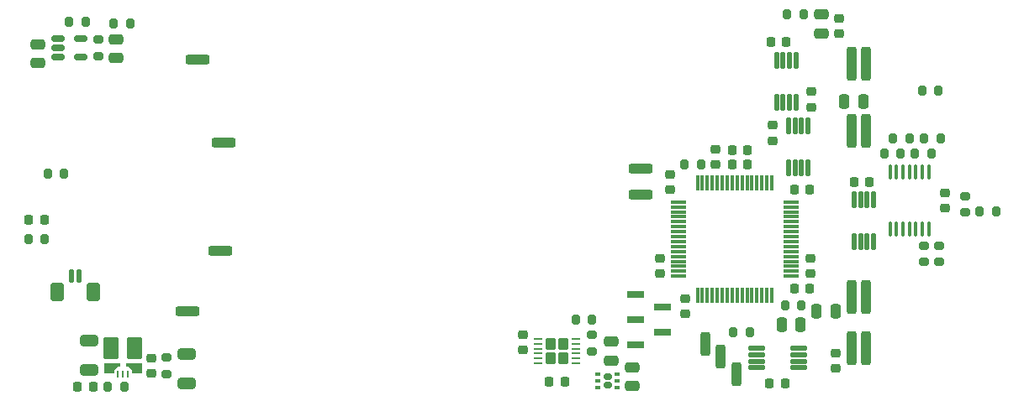
<source format=gbr>
%TF.GenerationSoftware,KiCad,Pcbnew,8.0.4*%
%TF.CreationDate,2024-08-11T01:12:06+02:00*%
%TF.ProjectId,PowerAmplifier,506f7765-7241-46d7-906c-69666965722e,rev?*%
%TF.SameCoordinates,Original*%
%TF.FileFunction,Paste,Bot*%
%TF.FilePolarity,Positive*%
%FSLAX46Y46*%
G04 Gerber Fmt 4.6, Leading zero omitted, Abs format (unit mm)*
G04 Created by KiCad (PCBNEW 8.0.4) date 2024-08-11 01:12:06*
%MOMM*%
%LPD*%
G01*
G04 APERTURE LIST*
G04 Aperture macros list*
%AMRoundRect*
0 Rectangle with rounded corners*
0 $1 Rounding radius*
0 $2 $3 $4 $5 $6 $7 $8 $9 X,Y pos of 4 corners*
0 Add a 4 corners polygon primitive as box body*
4,1,4,$2,$3,$4,$5,$6,$7,$8,$9,$2,$3,0*
0 Add four circle primitives for the rounded corners*
1,1,$1+$1,$2,$3*
1,1,$1+$1,$4,$5*
1,1,$1+$1,$6,$7*
1,1,$1+$1,$8,$9*
0 Add four rect primitives between the rounded corners*
20,1,$1+$1,$2,$3,$4,$5,0*
20,1,$1+$1,$4,$5,$6,$7,0*
20,1,$1+$1,$6,$7,$8,$9,0*
20,1,$1+$1,$8,$9,$2,$3,0*%
%AMFreePoly0*
4,1,25,1.130178,0.530178,1.137500,0.512500,1.137500,0.212500,1.130178,0.194822,1.112500,0.187500,0.922856,0.187500,0.537500,-0.197856,0.537500,-0.430000,0.529317,-0.471138,0.506014,-0.506014,0.471138,-0.529317,0.430000,-0.537500,0.000000,-0.537500,-0.430000,-0.537500,-0.471138,-0.529317,-0.506014,-0.506014,-0.529317,-0.471138,-0.537500,-0.430000,-0.537500,0.430000,-0.529317,0.471138,
-0.506014,0.506014,-0.471138,0.529317,-0.430000,0.537500,1.112500,0.537500,1.130178,0.530178,1.130178,0.530178,$1*%
%AMFreePoly1*
4,1,25,0.471138,0.529317,0.506014,0.506014,0.529317,0.471138,0.537500,0.430000,0.537500,-0.430000,0.529317,-0.471138,0.506014,-0.506014,0.471138,-0.529317,0.430000,-0.537500,0.000000,-0.537500,-0.430000,-0.537500,-0.471138,-0.529317,-0.506014,-0.506014,-0.529317,-0.471138,-0.537500,-0.430000,-0.537500,-0.197856,-0.922856,0.187500,-1.112500,0.187500,-1.130178,0.194822,-1.137500,0.212500,
-1.137500,0.512500,-1.130178,0.530178,-1.112500,0.537500,0.430000,0.537500,0.471138,0.529317,0.471138,0.529317,$1*%
G04 Aperture macros list end*
%ADD10RoundRect,0.237500X0.987500X0.237500X-0.987500X0.237500X-0.987500X-0.237500X0.987500X-0.237500X0*%
%ADD11RoundRect,0.125000X0.687500X0.125000X-0.687500X0.125000X-0.687500X-0.125000X0.687500X-0.125000X0*%
%ADD12RoundRect,0.250000X0.250000X0.475000X-0.250000X0.475000X-0.250000X-0.475000X0.250000X-0.475000X0*%
%ADD13RoundRect,0.250000X0.250000X1.450000X-0.250000X1.450000X-0.250000X-1.450000X0.250000X-1.450000X0*%
%ADD14RoundRect,0.125000X0.125000X0.525000X-0.125000X0.525000X-0.125000X-0.525000X0.125000X-0.525000X0*%
%ADD15RoundRect,0.350000X0.350000X0.600000X-0.350000X0.600000X-0.350000X-0.600000X0.350000X-0.600000X0*%
%ADD16RoundRect,0.250000X-0.475000X0.250000X-0.475000X-0.250000X0.475000X-0.250000X0.475000X0.250000X0*%
%ADD17RoundRect,0.200000X-0.275000X0.200000X-0.275000X-0.200000X0.275000X-0.200000X0.275000X0.200000X0*%
%ADD18RoundRect,0.250000X0.475000X-0.250000X0.475000X0.250000X-0.475000X0.250000X-0.475000X-0.250000X0*%
%ADD19RoundRect,0.200000X-0.200000X-0.275000X0.200000X-0.275000X0.200000X0.275000X-0.200000X0.275000X0*%
%ADD20RoundRect,0.225000X-0.250000X0.225000X-0.250000X-0.225000X0.250000X-0.225000X0.250000X0.225000X0*%
%ADD21RoundRect,0.225000X-0.225000X-0.250000X0.225000X-0.250000X0.225000X0.250000X-0.225000X0.250000X0*%
%ADD22RoundRect,0.125000X0.125000X-0.687500X0.125000X0.687500X-0.125000X0.687500X-0.125000X-0.687500X0*%
%ADD23RoundRect,0.160000X0.245000X0.160000X-0.245000X0.160000X-0.245000X-0.160000X0.245000X-0.160000X0*%
%ADD24RoundRect,0.100000X0.187500X0.100000X-0.187500X0.100000X-0.187500X-0.100000X0.187500X-0.100000X0*%
%ADD25RoundRect,0.200000X0.200000X0.275000X-0.200000X0.275000X-0.200000X-0.275000X0.200000X-0.275000X0*%
%ADD26RoundRect,0.250000X-0.275000X-0.355000X0.275000X-0.355000X0.275000X0.355000X-0.275000X0.355000X0*%
%ADD27RoundRect,0.062500X-0.375000X-0.062500X0.375000X-0.062500X0.375000X0.062500X-0.375000X0.062500X0*%
%ADD28RoundRect,0.225000X0.250000X-0.225000X0.250000X0.225000X-0.250000X0.225000X-0.250000X-0.225000X0*%
%ADD29RoundRect,0.200000X0.275000X-0.200000X0.275000X0.200000X-0.275000X0.200000X-0.275000X-0.200000X0*%
%ADD30RoundRect,0.250000X-0.250000X-0.475000X0.250000X-0.475000X0.250000X0.475000X-0.250000X0.475000X0*%
%ADD31RoundRect,0.250000X-0.650000X0.325000X-0.650000X-0.325000X0.650000X-0.325000X0.650000X0.325000X0*%
%ADD32RoundRect,0.237500X-0.237500X0.987500X-0.237500X-0.987500X0.237500X-0.987500X0.237500X0.987500X0*%
%ADD33R,1.800000X0.650000*%
%ADD34RoundRect,0.250000X0.650000X-0.325000X0.650000X0.325000X-0.650000X0.325000X-0.650000X-0.325000X0*%
%ADD35RoundRect,0.225000X0.225000X0.250000X-0.225000X0.250000X-0.225000X-0.250000X0.225000X-0.250000X0*%
%ADD36RoundRect,0.075000X-0.075000X0.700000X-0.075000X-0.700000X0.075000X-0.700000X0.075000X0.700000X0*%
%ADD37RoundRect,0.075000X-0.700000X0.075000X-0.700000X-0.075000X0.700000X-0.075000X0.700000X0.075000X0*%
%ADD38FreePoly0,0.000000*%
%ADD39RoundRect,0.150000X-0.600000X-0.950000X0.600000X-0.950000X0.600000X0.950000X-0.600000X0.950000X0*%
%ADD40FreePoly1,0.000000*%
%ADD41RoundRect,0.055000X-0.055000X-0.295000X0.055000X-0.295000X0.055000X0.295000X-0.055000X0.295000X0*%
%ADD42RoundRect,0.150000X-0.512500X-0.150000X0.512500X-0.150000X0.512500X0.150000X-0.512500X0.150000X0*%
%ADD43RoundRect,0.100000X-0.100000X0.637500X-0.100000X-0.637500X0.100000X-0.637500X0.100000X0.637500X0*%
G04 APERTURE END LIST*
D10*
%TO.C,TP6*%
X166250000Y-97100000D03*
%TD*%
D11*
%TO.C,U7*%
X182112500Y-115225000D03*
X182112500Y-115875000D03*
X182112500Y-116525000D03*
X182112500Y-117175000D03*
X177887500Y-117175000D03*
X177887500Y-116525000D03*
X177887500Y-115875000D03*
X177887500Y-115225000D03*
%TD*%
D12*
%TO.C,C35*%
X182350000Y-112800000D03*
X180450000Y-112800000D03*
%TD*%
D13*
%TO.C,R20*%
X188950000Y-115200000D03*
X187450000Y-115200000D03*
%TD*%
D14*
%TO.C,J11*%
X108900000Y-107900000D03*
X109700000Y-107900000D03*
D15*
X111100000Y-109500000D03*
X107500000Y-109500000D03*
%TD*%
D16*
%TO.C,C58*%
X165400000Y-117150000D03*
X165400000Y-119050000D03*
%TD*%
D17*
%TO.C,R36*%
X198900000Y-99875000D03*
X198900000Y-101525000D03*
%TD*%
D18*
%TO.C,C64*%
X163235000Y-116460000D03*
X163235000Y-114560000D03*
%TD*%
D19*
%TO.C,R26*%
X104575000Y-104200000D03*
X106225000Y-104200000D03*
%TD*%
D20*
%TO.C,C59*%
X117000000Y-116225000D03*
X117000000Y-117775000D03*
%TD*%
D21*
%TO.C,C53*%
X181725000Y-109200000D03*
X183275000Y-109200000D03*
%TD*%
D22*
%TO.C,U4*%
X181875000Y-90412500D03*
X181225000Y-90412500D03*
X180575000Y-90412500D03*
X179925000Y-90412500D03*
X179925000Y-86187500D03*
X180575000Y-86187500D03*
X181225000Y-86187500D03*
X181875000Y-86187500D03*
%TD*%
D13*
%TO.C,R14*%
X188950000Y-110000000D03*
X187450000Y-110000000D03*
%TD*%
D19*
%TO.C,R30*%
X190775000Y-95600000D03*
X192425000Y-95600000D03*
%TD*%
D21*
%TO.C,C61*%
X109525000Y-119100000D03*
X111075000Y-119100000D03*
%TD*%
D10*
%TO.C,TP5*%
X166250000Y-99750000D03*
%TD*%
D23*
%TO.C,U9*%
X162900000Y-118900000D03*
X162900000Y-118100000D03*
D24*
X163887500Y-117850000D03*
X163887500Y-118500000D03*
X163887500Y-119150000D03*
X161912500Y-119150000D03*
X161912500Y-118500000D03*
X161912500Y-117850000D03*
%TD*%
D25*
%TO.C,R17*%
X182425000Y-110900000D03*
X180775000Y-110900000D03*
%TD*%
D26*
%TO.C,U11*%
X157150000Y-114750000D03*
X157150000Y-116250000D03*
X158450000Y-114750000D03*
X158450000Y-116250000D03*
D27*
X155862500Y-116750000D03*
X155862500Y-116250000D03*
X155862500Y-115750000D03*
X155862500Y-115250000D03*
X155862500Y-114750000D03*
X155862500Y-114250000D03*
X159737500Y-114250000D03*
X159737500Y-114750000D03*
X159737500Y-115250000D03*
X159737500Y-115750000D03*
X159737500Y-116250000D03*
X159737500Y-116750000D03*
%TD*%
D28*
%TO.C,C57*%
X173800000Y-96675000D03*
X173800000Y-95125000D03*
%TD*%
D29*
%TO.C,R34*%
X194800000Y-106525000D03*
X194800000Y-104875000D03*
%TD*%
D18*
%TO.C,C44*%
X113400000Y-85950000D03*
X113400000Y-84050000D03*
%TD*%
D30*
%TO.C,C19*%
X186750000Y-90300000D03*
X188650000Y-90300000D03*
%TD*%
%TO.C,C26*%
X183950000Y-111500000D03*
X185850000Y-111500000D03*
%TD*%
D31*
%TO.C,C62*%
X120500000Y-115825000D03*
X120500000Y-118775000D03*
%TD*%
D32*
%TO.C,TP9*%
X174300000Y-116050000D03*
%TD*%
D19*
%TO.C,R37*%
X170675000Y-96650000D03*
X172325000Y-96650000D03*
%TD*%
D32*
%TO.C,TP7*%
X172750000Y-114750000D03*
%TD*%
D33*
%TO.C,J15*%
X165750000Y-109760000D03*
X168450000Y-111030000D03*
X165750000Y-112300000D03*
X168450000Y-113570000D03*
X165750000Y-114840000D03*
%TD*%
D10*
%TO.C,TP3*%
X123900000Y-105350000D03*
%TD*%
D34*
%TO.C,C60*%
X110700000Y-117375000D03*
X110700000Y-114425000D03*
%TD*%
D35*
%TO.C,C55*%
X176975000Y-95200000D03*
X175425000Y-95200000D03*
%TD*%
D19*
%TO.C,R28*%
X113175000Y-82400000D03*
X114825000Y-82400000D03*
%TD*%
D25*
%TO.C,R45*%
X161360000Y-112310000D03*
X159710000Y-112310000D03*
%TD*%
D36*
%TO.C,U8*%
X171950000Y-98525000D03*
X172450000Y-98525000D03*
X172950000Y-98525000D03*
X173450000Y-98525000D03*
X173950000Y-98525000D03*
X174450000Y-98525000D03*
X174950000Y-98525000D03*
X175450000Y-98525000D03*
X175950000Y-98525000D03*
X176450000Y-98525000D03*
X176950000Y-98525000D03*
X177450000Y-98525000D03*
X177950000Y-98525000D03*
X178450000Y-98525000D03*
X178950000Y-98525000D03*
X179450000Y-98525000D03*
D37*
X181375000Y-100450000D03*
X181375000Y-100950000D03*
X181375000Y-101450000D03*
X181375000Y-101950000D03*
X181375000Y-102450000D03*
X181375000Y-102950000D03*
X181375000Y-103450000D03*
X181375000Y-103950000D03*
X181375000Y-104450000D03*
X181375000Y-104950000D03*
X181375000Y-105450000D03*
X181375000Y-105950000D03*
X181375000Y-106450000D03*
X181375000Y-106950000D03*
X181375000Y-107450000D03*
X181375000Y-107950000D03*
D36*
X179450000Y-109875000D03*
X178950000Y-109875000D03*
X178450000Y-109875000D03*
X177950000Y-109875000D03*
X177450000Y-109875000D03*
X176950000Y-109875000D03*
X176450000Y-109875000D03*
X175950000Y-109875000D03*
X175450000Y-109875000D03*
X174950000Y-109875000D03*
X174450000Y-109875000D03*
X173950000Y-109875000D03*
X173450000Y-109875000D03*
X172950000Y-109875000D03*
X172450000Y-109875000D03*
X171950000Y-109875000D03*
D37*
X170025000Y-107950000D03*
X170025000Y-107450000D03*
X170025000Y-106950000D03*
X170025000Y-106450000D03*
X170025000Y-105950000D03*
X170025000Y-105450000D03*
X170025000Y-104950000D03*
X170025000Y-104450000D03*
X170025000Y-103950000D03*
X170025000Y-103450000D03*
X170025000Y-102950000D03*
X170025000Y-102450000D03*
X170025000Y-101950000D03*
X170025000Y-101450000D03*
X170025000Y-100950000D03*
X170025000Y-100450000D03*
%TD*%
D25*
%TO.C,R43*%
X114225000Y-119100000D03*
X112575000Y-119100000D03*
%TD*%
%TO.C,R29*%
X195525000Y-95600000D03*
X193875000Y-95600000D03*
%TD*%
D18*
%TO.C,C43*%
X105500000Y-86450000D03*
X105500000Y-84550000D03*
%TD*%
D38*
%TO.C,U10*%
X112687500Y-117212500D03*
D39*
X112900000Y-115225000D03*
X115300000Y-115225000D03*
D40*
X115512500Y-117212500D03*
D41*
X114600000Y-117850000D03*
X114100000Y-117850000D03*
X113600000Y-117850000D03*
%TD*%
D35*
%TO.C,C56*%
X176975000Y-96700000D03*
X175425000Y-96700000D03*
%TD*%
D17*
%TO.C,R44*%
X161335000Y-113885000D03*
X161335000Y-115535000D03*
%TD*%
D28*
%TO.C,C65*%
X154400000Y-115385000D03*
X154400000Y-113835000D03*
%TD*%
D35*
%TO.C,C52*%
X183275000Y-99200000D03*
X181725000Y-99200000D03*
%TD*%
D42*
%TO.C,U2*%
X107562500Y-85850000D03*
X107562500Y-84900000D03*
X107562500Y-83950000D03*
X109837500Y-83950000D03*
X109837500Y-85850000D03*
%TD*%
D28*
%TO.C,C47*%
X179500000Y-94275000D03*
X179500000Y-92725000D03*
%TD*%
D13*
%TO.C,R13*%
X188950000Y-93300000D03*
X187450000Y-93300000D03*
%TD*%
D43*
%TO.C,U3*%
X191350000Y-97437500D03*
X192000000Y-97437500D03*
X192650000Y-97437500D03*
X193300000Y-97437500D03*
X193950000Y-97437500D03*
X194600000Y-97437500D03*
X195250000Y-97437500D03*
X195250000Y-103162500D03*
X194600000Y-103162500D03*
X193950000Y-103162500D03*
X193300000Y-103162500D03*
X192650000Y-103162500D03*
X192000000Y-103162500D03*
X191350000Y-103162500D03*
%TD*%
D29*
%TO.C,R25*%
X111600000Y-85725000D03*
X111600000Y-84075000D03*
%TD*%
D21*
%TO.C,C48*%
X187725000Y-98400000D03*
X189275000Y-98400000D03*
%TD*%
D19*
%TO.C,R10*%
X194575000Y-89200000D03*
X196225000Y-89200000D03*
%TD*%
D25*
%TO.C,R35*%
X202025000Y-101400000D03*
X200375000Y-101400000D03*
%TD*%
D20*
%TO.C,C28*%
X183300000Y-106125000D03*
X183300000Y-107675000D03*
%TD*%
D22*
%TO.C,U6*%
X189675000Y-104452500D03*
X189025000Y-104452500D03*
X188375000Y-104452500D03*
X187725000Y-104452500D03*
X187725000Y-100227500D03*
X188375000Y-100227500D03*
X189025000Y-100227500D03*
X189675000Y-100227500D03*
%TD*%
D35*
%TO.C,C49*%
X180775000Y-118800000D03*
X179225000Y-118800000D03*
%TD*%
D20*
%TO.C,C54*%
X170700000Y-110225000D03*
X170700000Y-111775000D03*
%TD*%
D28*
%TO.C,C12*%
X186200000Y-83475000D03*
X186200000Y-81925000D03*
%TD*%
D17*
%TO.C,R41*%
X118500000Y-116175000D03*
X118500000Y-117825000D03*
%TD*%
D19*
%TO.C,R32*%
X191675000Y-94000000D03*
X193325000Y-94000000D03*
%TD*%
D25*
%TO.C,R27*%
X110325000Y-82300000D03*
X108675000Y-82300000D03*
%TD*%
D19*
%TO.C,R12*%
X106525000Y-97600000D03*
X108175000Y-97600000D03*
%TD*%
D21*
%TO.C,C63*%
X157025000Y-118600000D03*
X158575000Y-118600000D03*
%TD*%
D22*
%TO.C,U5*%
X183075000Y-97012500D03*
X182425000Y-97012500D03*
X181775000Y-97012500D03*
X181125000Y-97012500D03*
X181125000Y-92787500D03*
X181775000Y-92787500D03*
X182425000Y-92787500D03*
X183075000Y-92787500D03*
%TD*%
D16*
%TO.C,C10*%
X184400000Y-81550000D03*
X184400000Y-83450000D03*
%TD*%
D21*
%TO.C,C46*%
X179325000Y-84300000D03*
X180875000Y-84300000D03*
%TD*%
D25*
%TO.C,R31*%
X196425000Y-94000000D03*
X194775000Y-94000000D03*
%TD*%
%TO.C,R8*%
X182625000Y-81500000D03*
X180975000Y-81500000D03*
%TD*%
D13*
%TO.C,R6*%
X188950000Y-86500000D03*
X187450000Y-86500000D03*
%TD*%
D10*
%TO.C,TP2*%
X124250000Y-94500000D03*
%TD*%
D20*
%TO.C,C45*%
X196900000Y-99525000D03*
X196900000Y-101075000D03*
%TD*%
%TO.C,C17*%
X183400000Y-89325000D03*
X183400000Y-90875000D03*
%TD*%
D28*
%TO.C,C51*%
X169200000Y-99225000D03*
X169200000Y-97675000D03*
%TD*%
D25*
%TO.C,R18*%
X177225000Y-113600000D03*
X175575000Y-113600000D03*
%TD*%
D29*
%TO.C,R33*%
X196300000Y-106525000D03*
X196300000Y-104875000D03*
%TD*%
D10*
%TO.C,TP4*%
X120600000Y-111500000D03*
%TD*%
D21*
%TO.C,C24*%
X104625000Y-102250000D03*
X106175000Y-102250000D03*
%TD*%
D10*
%TO.C,TP1*%
X121650000Y-86050000D03*
%TD*%
D32*
%TO.C,TP8*%
X175900000Y-117850000D03*
%TD*%
D28*
%TO.C,C33*%
X185900000Y-117275000D03*
X185900000Y-115725000D03*
%TD*%
%TO.C,C50*%
X168150000Y-107675000D03*
X168150000Y-106125000D03*
%TD*%
M02*

</source>
